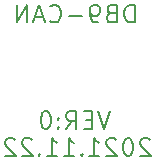
<source format=gbo>
G04 #@! TF.GenerationSoftware,KiCad,Pcbnew,(5.1.4)-1*
G04 #@! TF.CreationDate,2021-11-22T21:05:38+08:00*
G04 #@! TF.ProjectId,CAN-DB9,43414e2d-4442-4392-9e6b-696361645f70,rev?*
G04 #@! TF.SameCoordinates,Original*
G04 #@! TF.FileFunction,Legend,Bot*
G04 #@! TF.FilePolarity,Positive*
%FSLAX46Y46*%
G04 Gerber Fmt 4.6, Leading zero omitted, Abs format (unit mm)*
G04 Created by KiCad (PCBNEW (5.1.4)-1) date 2021-11-22 21:05:38*
%MOMM*%
%LPD*%
G04 APERTURE LIST*
%ADD10C,0.200000*%
G04 APERTURE END LIST*
D10*
X122220857Y-85427428D02*
X122149428Y-85356000D01*
X122006571Y-85284571D01*
X121649428Y-85284571D01*
X121506571Y-85356000D01*
X121435142Y-85427428D01*
X121363714Y-85570285D01*
X121363714Y-85713142D01*
X121435142Y-85927428D01*
X122292285Y-86784571D01*
X121363714Y-86784571D01*
X120435142Y-85284571D02*
X120292285Y-85284571D01*
X120149428Y-85356000D01*
X120078000Y-85427428D01*
X120006571Y-85570285D01*
X119935142Y-85856000D01*
X119935142Y-86213142D01*
X120006571Y-86498857D01*
X120078000Y-86641714D01*
X120149428Y-86713142D01*
X120292285Y-86784571D01*
X120435142Y-86784571D01*
X120578000Y-86713142D01*
X120649428Y-86641714D01*
X120720857Y-86498857D01*
X120792285Y-86213142D01*
X120792285Y-85856000D01*
X120720857Y-85570285D01*
X120649428Y-85427428D01*
X120578000Y-85356000D01*
X120435142Y-85284571D01*
X119363714Y-85427428D02*
X119292285Y-85356000D01*
X119149428Y-85284571D01*
X118792285Y-85284571D01*
X118649428Y-85356000D01*
X118578000Y-85427428D01*
X118506571Y-85570285D01*
X118506571Y-85713142D01*
X118578000Y-85927428D01*
X119435142Y-86784571D01*
X118506571Y-86784571D01*
X117078000Y-86784571D02*
X117935142Y-86784571D01*
X117506571Y-86784571D02*
X117506571Y-85284571D01*
X117649428Y-85498857D01*
X117792285Y-85641714D01*
X117935142Y-85713142D01*
X116435142Y-86641714D02*
X116363714Y-86713142D01*
X116435142Y-86784571D01*
X116506571Y-86713142D01*
X116435142Y-86641714D01*
X116435142Y-86784571D01*
X114935142Y-86784571D02*
X115792285Y-86784571D01*
X115363714Y-86784571D02*
X115363714Y-85284571D01*
X115506571Y-85498857D01*
X115649428Y-85641714D01*
X115792285Y-85713142D01*
X113506571Y-86784571D02*
X114363714Y-86784571D01*
X113935142Y-86784571D02*
X113935142Y-85284571D01*
X114078000Y-85498857D01*
X114220857Y-85641714D01*
X114363714Y-85713142D01*
X112863714Y-86641714D02*
X112792285Y-86713142D01*
X112863714Y-86784571D01*
X112935142Y-86713142D01*
X112863714Y-86641714D01*
X112863714Y-86784571D01*
X112220857Y-85427428D02*
X112149428Y-85356000D01*
X112006571Y-85284571D01*
X111649428Y-85284571D01*
X111506571Y-85356000D01*
X111435142Y-85427428D01*
X111363714Y-85570285D01*
X111363714Y-85713142D01*
X111435142Y-85927428D01*
X112292285Y-86784571D01*
X111363714Y-86784571D01*
X110792285Y-85427428D02*
X110720857Y-85356000D01*
X110578000Y-85284571D01*
X110220857Y-85284571D01*
X110078000Y-85356000D01*
X110006571Y-85427428D01*
X109935142Y-85570285D01*
X109935142Y-85713142D01*
X110006571Y-85927428D01*
X110863714Y-86784571D01*
X109935142Y-86784571D01*
X118824000Y-82998571D02*
X118324000Y-84498571D01*
X117824000Y-82998571D01*
X117324000Y-83712857D02*
X116824000Y-83712857D01*
X116609714Y-84498571D02*
X117324000Y-84498571D01*
X117324000Y-82998571D01*
X116609714Y-82998571D01*
X115109714Y-84498571D02*
X115609714Y-83784285D01*
X115966857Y-84498571D02*
X115966857Y-82998571D01*
X115395428Y-82998571D01*
X115252571Y-83070000D01*
X115181142Y-83141428D01*
X115109714Y-83284285D01*
X115109714Y-83498571D01*
X115181142Y-83641428D01*
X115252571Y-83712857D01*
X115395428Y-83784285D01*
X115966857Y-83784285D01*
X114466857Y-84355714D02*
X114395428Y-84427142D01*
X114466857Y-84498571D01*
X114538285Y-84427142D01*
X114466857Y-84355714D01*
X114466857Y-84498571D01*
X114466857Y-83570000D02*
X114395428Y-83641428D01*
X114466857Y-83712857D01*
X114538285Y-83641428D01*
X114466857Y-83570000D01*
X114466857Y-83712857D01*
X113466857Y-82998571D02*
X113324000Y-82998571D01*
X113181142Y-83070000D01*
X113109714Y-83141428D01*
X113038285Y-83284285D01*
X112966857Y-83570000D01*
X112966857Y-83927142D01*
X113038285Y-84212857D01*
X113109714Y-84355714D01*
X113181142Y-84427142D01*
X113324000Y-84498571D01*
X113466857Y-84498571D01*
X113609714Y-84427142D01*
X113681142Y-84355714D01*
X113752571Y-84212857D01*
X113824000Y-83927142D01*
X113824000Y-83570000D01*
X113752571Y-83284285D01*
X113681142Y-83141428D01*
X113609714Y-83070000D01*
X113466857Y-82998571D01*
X120915285Y-75481571D02*
X120915285Y-73981571D01*
X120558142Y-73981571D01*
X120343857Y-74053000D01*
X120201000Y-74195857D01*
X120129571Y-74338714D01*
X120058142Y-74624428D01*
X120058142Y-74838714D01*
X120129571Y-75124428D01*
X120201000Y-75267285D01*
X120343857Y-75410142D01*
X120558142Y-75481571D01*
X120915285Y-75481571D01*
X118915285Y-74695857D02*
X118701000Y-74767285D01*
X118629571Y-74838714D01*
X118558142Y-74981571D01*
X118558142Y-75195857D01*
X118629571Y-75338714D01*
X118701000Y-75410142D01*
X118843857Y-75481571D01*
X119415285Y-75481571D01*
X119415285Y-73981571D01*
X118915285Y-73981571D01*
X118772428Y-74053000D01*
X118701000Y-74124428D01*
X118629571Y-74267285D01*
X118629571Y-74410142D01*
X118701000Y-74553000D01*
X118772428Y-74624428D01*
X118915285Y-74695857D01*
X119415285Y-74695857D01*
X117843857Y-75481571D02*
X117558142Y-75481571D01*
X117415285Y-75410142D01*
X117343857Y-75338714D01*
X117201000Y-75124428D01*
X117129571Y-74838714D01*
X117129571Y-74267285D01*
X117201000Y-74124428D01*
X117272428Y-74053000D01*
X117415285Y-73981571D01*
X117701000Y-73981571D01*
X117843857Y-74053000D01*
X117915285Y-74124428D01*
X117986714Y-74267285D01*
X117986714Y-74624428D01*
X117915285Y-74767285D01*
X117843857Y-74838714D01*
X117701000Y-74910142D01*
X117415285Y-74910142D01*
X117272428Y-74838714D01*
X117201000Y-74767285D01*
X117129571Y-74624428D01*
X116486714Y-74910142D02*
X115343857Y-74910142D01*
X113772428Y-75338714D02*
X113843857Y-75410142D01*
X114058142Y-75481571D01*
X114201000Y-75481571D01*
X114415285Y-75410142D01*
X114558142Y-75267285D01*
X114629571Y-75124428D01*
X114701000Y-74838714D01*
X114701000Y-74624428D01*
X114629571Y-74338714D01*
X114558142Y-74195857D01*
X114415285Y-74053000D01*
X114201000Y-73981571D01*
X114058142Y-73981571D01*
X113843857Y-74053000D01*
X113772428Y-74124428D01*
X113201000Y-75053000D02*
X112486714Y-75053000D01*
X113343857Y-75481571D02*
X112843857Y-73981571D01*
X112343857Y-75481571D01*
X111843857Y-75481571D02*
X111843857Y-73981571D01*
X110986714Y-75481571D01*
X110986714Y-73981571D01*
M02*

</source>
